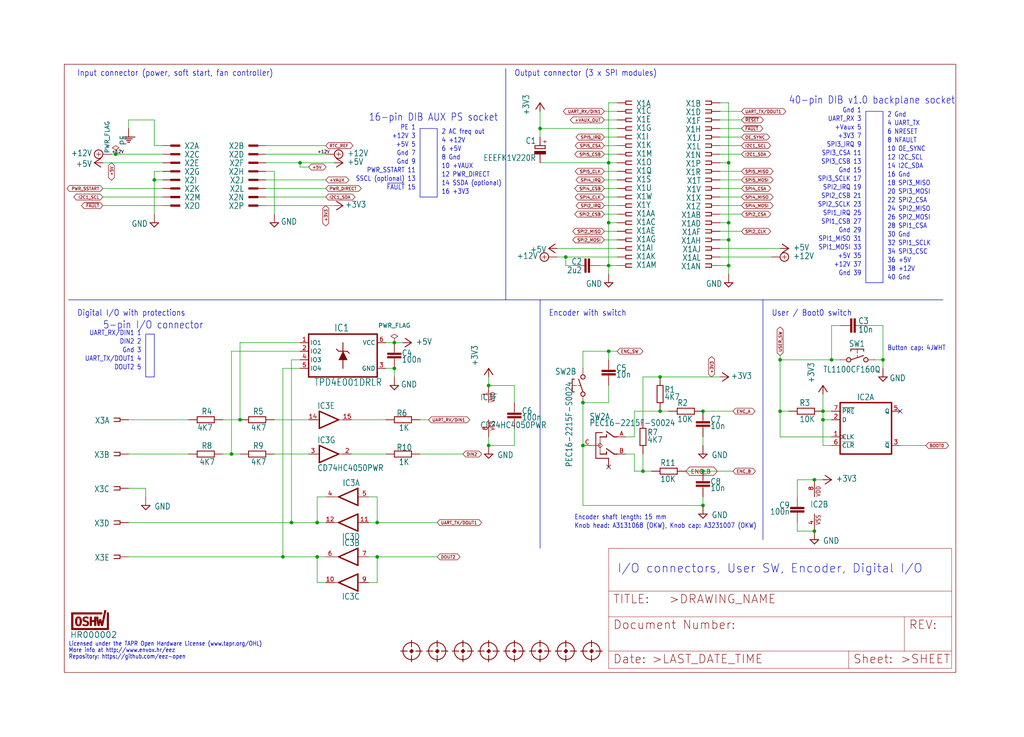
<source format=kicad_sch>
(kicad_sch (version 20230121) (generator eeschema)
  (paper "User" 303.403 218.491)
  (junction (at 241.3 157.48))
  (junction (at 116.84 101.6))
  (junction (at 208.28 121.92))
  (junction (at 231.14 106.68))
  (junction (at 195.58 121.92))
  (junction (at 45.72 53.34))
  (junction (at 93.98 165.1))
  (junction (at 34.29 45.72))
  (junction (at 111.76 154.94))
  (junction (at 208.28 149.86))
  (junction (at 68.58 134.62))
  (junction (at 246.38 106.68))
  (junction (at 160.02 38.1))
  (junction (at 195.58 111.76))
  (junction (at 215.9 48.26))
  (junction (at 243.84 121.92))
  (junction (at 180.34 48.26))
  (junction (at 86.36 154.94))
  (junction (at 144.78 132.08))
  (junction (at 167.64 76.2))
  (junction (at 144.78 114.3))
  (junction (at 116.84 109.22))
  (junction (at 88.9 48.26))
  (junction (at 190.5 139.7))
  (junction (at 71.12 124.46))
  (junction (at 180.34 78.74))
  (junction (at 215.9 71.12))
  (junction (at 111.76 165.1))
  (junction (at 215.9 66.04))
  (junction (at 215.9 78.74))
  (junction (at 93.98 154.94))
  (junction (at 172.72 132.08))
  (junction (at 231.14 121.92))
  (junction (at 172.72 119.38))
  (junction (at 180.34 66.04))
  (junction (at 83.82 165.1))
  (junction (at 261.62 106.68))
  (junction (at 180.34 104.14))
  (junction (at 241.3 142.24))
  (junction (at 243.84 124.46))
  (junction (at 208.28 139.7))
  (no_connect (at 266.7 121.92))
  (no_connect (at 180.34 138.43))
  (wire (pts (xy 236.22 157.48) (xy 236.22 154.94)))
  (wire (pts (xy 215.9 66.04) (xy 215.9 48.26)))
  (wire (pts (xy 185.42 134.62) (xy 187.96 134.62)))
  (wire (pts (xy 213.36 43.18) (xy 219.71 43.18)))
  (wire (pts (xy 109.22 165.1) (xy 111.76 165.1)))
  (wire (pts (xy 172.72 109.22) (xy 172.72 104.14)))
  (wire (pts (xy 78.74 60.96) (xy 99.06 60.96)))
  (wire (pts (xy 213.36 66.04) (xy 215.9 66.04)))
  (wire (pts (xy 78.74 48.26) (xy 88.9 48.26)))
  (wire (pts (xy 182.88 104.14) (xy 180.34 104.14)))
  (wire (pts (xy 195.58 121.92) (xy 198.12 121.92)))
  (wire (pts (xy 48.26 48.26) (xy 30.48 48.26)))
  (wire (pts (xy 68.58 134.62) (xy 71.12 134.62)))
  (wire (pts (xy 246.38 106.68) (xy 231.14 106.68)))
  (polyline (pts (xy 256.54 83.82) (xy 256.54 33.02)))
  (wire (pts (xy 38.1 38.1) (xy 38.1 35.56)))
  (wire (pts (xy 88.9 49.53) (xy 88.9 48.26)))
  (wire (pts (xy 182.88 48.26) (xy 180.34 48.26)))
  (polyline (pts (xy 124.46 38.1) (xy 129.54 38.1)))
  (wire (pts (xy 246.38 121.92) (xy 243.84 121.92)))
  (wire (pts (xy 165.1 73.66) (xy 182.88 73.66)))
  (wire (pts (xy 48.26 45.72) (xy 34.29 45.72)))
  (polyline (pts (xy 149.86 88.9) (xy 160.02 88.9)))
  (wire (pts (xy 45.72 35.56) (xy 45.72 43.18)))
  (wire (pts (xy 78.74 58.42) (xy 96.52 58.42)))
  (wire (pts (xy 182.88 43.18) (xy 179.07 43.18)))
  (polyline (pts (xy 129.54 38.1) (xy 129.54 58.42)))
  (wire (pts (xy 243.84 121.92) (xy 243.84 116.84)))
  (wire (pts (xy 187.96 134.62) (xy 187.96 139.7)))
  (polyline (pts (xy 226.06 160.02) (xy 226.06 88.9)))
  (wire (pts (xy 160.02 38.1) (xy 160.02 33.02)))
  (wire (pts (xy 38.1 35.56) (xy 45.72 35.56)))
  (wire (pts (xy 114.3 109.22) (xy 116.84 109.22)))
  (polyline (pts (xy 124.46 58.42) (xy 129.54 58.42)))
  (wire (pts (xy 111.76 165.1) (xy 111.76 172.72)))
  (wire (pts (xy 215.9 81.28) (xy 215.9 78.74)))
  (wire (pts (xy 208.28 132.08) (xy 208.28 129.54)))
  (wire (pts (xy 213.36 71.12) (xy 215.9 71.12)))
  (wire (pts (xy 114.3 101.6) (xy 116.84 101.6)))
  (wire (pts (xy 241.3 142.24) (xy 236.22 142.24)))
  (wire (pts (xy 213.36 35.56) (xy 219.71 35.56)))
  (wire (pts (xy 213.36 50.8) (xy 219.71 50.8)))
  (wire (pts (xy 34.29 45.72) (xy 33.02 45.72)))
  (wire (pts (xy 213.36 73.66) (xy 231.14 73.66)))
  (wire (pts (xy 246.38 106.68) (xy 248.92 106.68)))
  (wire (pts (xy 119.38 101.6) (xy 116.84 101.6)))
  (wire (pts (xy 88.9 48.26) (xy 99.06 48.26)))
  (wire (pts (xy 78.74 53.34) (xy 96.52 53.34)))
  (wire (pts (xy 93.98 147.32) (xy 96.52 147.32)))
  (wire (pts (xy 43.18 144.78) (xy 43.18 147.32)))
  (wire (pts (xy 215.9 78.74) (xy 215.9 71.12)))
  (wire (pts (xy 180.34 104.14) (xy 172.72 104.14)))
  (wire (pts (xy 160.02 40.64) (xy 160.02 38.1)))
  (wire (pts (xy 213.36 33.02) (xy 219.71 33.02)))
  (wire (pts (xy 190.5 111.76) (xy 195.58 111.76)))
  (wire (pts (xy 111.76 154.94) (xy 109.22 154.94)))
  (wire (pts (xy 190.5 124.46) (xy 190.5 111.76)))
  (wire (pts (xy 182.88 58.42) (xy 179.07 58.42)))
  (wire (pts (xy 246.38 96.52) (xy 246.38 106.68)))
  (wire (pts (xy 180.34 66.04) (xy 180.34 48.26)))
  (polyline (pts (xy 43.18 99.06) (xy 45.72 99.06)))
  (wire (pts (xy 213.36 78.74) (xy 215.9 78.74)))
  (wire (pts (xy 182.88 35.56) (xy 179.07 35.56)))
  (wire (pts (xy 231.14 106.68) (xy 231.14 105.41)))
  (wire (pts (xy 144.78 129.54) (xy 144.78 132.08)))
  (wire (pts (xy 256.54 96.52) (xy 261.62 96.52)))
  (wire (pts (xy 246.38 124.46) (xy 243.84 124.46)))
  (wire (pts (xy 167.64 76.2) (xy 182.88 76.2)))
  (polyline (pts (xy 256.54 33.02) (xy 261.62 33.02)))
  (polyline (pts (xy 45.72 111.76) (xy 45.72 99.06)))
  (wire (pts (xy 152.4 114.3) (xy 152.4 119.38)))
  (wire (pts (xy 78.74 50.8) (xy 81.28 50.8)))
  (polyline (pts (xy 20.32 88.9) (xy 149.86 88.9)))
  (wire (pts (xy 246.38 129.54) (xy 231.14 129.54)))
  (wire (pts (xy 124.46 134.62) (xy 137.16 134.62)))
  (wire (pts (xy 182.88 78.74) (xy 180.34 78.74)))
  (wire (pts (xy 179.07 33.02) (xy 182.88 33.02)))
  (wire (pts (xy 180.34 48.26) (xy 160.02 48.26)))
  (wire (pts (xy 213.36 68.58) (xy 219.71 68.58)))
  (wire (pts (xy 182.88 38.1) (xy 160.02 38.1)))
  (wire (pts (xy 86.36 154.94) (xy 93.98 154.94)))
  (polyline (pts (xy 149.86 88.9) (xy 149.86 20.32)))
  (wire (pts (xy 144.78 132.08) (xy 152.4 132.08)))
  (wire (pts (xy 55.88 134.62) (xy 38.1 134.62)))
  (wire (pts (xy 182.88 40.64) (xy 179.07 40.64)))
  (wire (pts (xy 261.62 106.68) (xy 261.62 109.22)))
  (wire (pts (xy 172.72 132.08) (xy 172.72 119.38)))
  (wire (pts (xy 241.3 157.48) (xy 236.22 157.48)))
  (wire (pts (xy 83.82 109.22) (xy 83.82 165.1)))
  (wire (pts (xy 208.28 121.92) (xy 217.17 121.92)))
  (wire (pts (xy 182.88 53.34) (xy 179.07 53.34)))
  (wire (pts (xy 213.36 48.26) (xy 215.9 48.26)))
  (wire (pts (xy 182.88 60.96) (xy 179.07 60.96)))
  (wire (pts (xy 111.76 172.72) (xy 109.22 172.72)))
  (wire (pts (xy 93.98 165.1) (xy 96.52 165.1)))
  (wire (pts (xy 124.46 124.46) (xy 127 124.46)))
  (wire (pts (xy 213.36 76.2) (xy 228.6 76.2)))
  (wire (pts (xy 182.88 55.88) (xy 179.07 55.88)))
  (wire (pts (xy 182.88 71.12) (xy 179.07 71.12)))
  (wire (pts (xy 213.36 40.64) (xy 219.71 40.64)))
  (wire (pts (xy 152.4 132.08) (xy 152.4 127)))
  (wire (pts (xy 109.22 147.32) (xy 111.76 147.32)))
  (wire (pts (xy 180.34 81.28) (xy 180.34 78.74)))
  (wire (pts (xy 231.14 121.92) (xy 231.14 106.68)))
  (wire (pts (xy 111.76 147.32) (xy 111.76 154.94)))
  (wire (pts (xy 78.74 55.88) (xy 96.52 55.88)))
  (wire (pts (xy 259.08 106.68) (xy 261.62 106.68)))
  (wire (pts (xy 182.88 66.04) (xy 180.34 66.04)))
  (wire (pts (xy 78.74 43.18) (xy 96.52 43.18)))
  (wire (pts (xy 203.2 139.7) (xy 208.28 139.7)))
  (wire (pts (xy 243.84 132.08) (xy 243.84 124.46)))
  (wire (pts (xy 167.64 78.74) (xy 167.64 76.2)))
  (wire (pts (xy 91.44 134.62) (xy 81.28 134.62)))
  (polyline (pts (xy 43.18 111.76) (xy 45.72 111.76)))
  (wire (pts (xy 38.1 165.1) (xy 83.82 165.1)))
  (wire (pts (xy 111.76 165.1) (xy 129.54 165.1)))
  (wire (pts (xy 180.34 114.3) (xy 180.34 119.38)))
  (wire (pts (xy 187.96 121.92) (xy 187.96 129.54)))
  (wire (pts (xy 177.8 78.74) (xy 180.34 78.74)))
  (wire (pts (xy 236.22 142.24) (xy 236.22 147.32)))
  (wire (pts (xy 213.36 63.5) (xy 219.71 63.5)))
  (wire (pts (xy 182.88 30.48) (xy 180.34 30.48)))
  (wire (pts (xy 233.68 121.92) (xy 231.14 121.92)))
  (wire (pts (xy 144.78 114.3) (xy 144.78 111.76)))
  (wire (pts (xy 111.76 154.94) (xy 129.54 154.94)))
  (wire (pts (xy 88.9 109.22) (xy 83.82 109.22)))
  (polyline (pts (xy 160.02 162.56) (xy 160.02 88.9)))
  (wire (pts (xy 91.44 124.46) (xy 81.28 124.46)))
  (wire (pts (xy 187.96 121.92) (xy 195.58 121.92)))
  (polyline (pts (xy 226.06 88.9) (xy 279.4 88.9)))
  (polyline (pts (xy 256.54 83.82) (xy 261.62 83.82)))
  (wire (pts (xy 66.04 124.46) (xy 71.12 124.46)))
  (wire (pts (xy 116.84 109.22) (xy 116.84 111.76)))
  (polyline (pts (xy 124.46 58.42) (xy 124.46 38.1)))
  (wire (pts (xy 144.78 114.3) (xy 152.4 114.3)))
  (wire (pts (xy 48.26 43.18) (xy 45.72 43.18)))
  (wire (pts (xy 261.62 96.52) (xy 261.62 106.68)))
  (wire (pts (xy 38.1 154.94) (xy 86.36 154.94)))
  (wire (pts (xy 172.72 149.86) (xy 172.72 132.08)))
  (wire (pts (xy 180.34 119.38) (xy 172.72 119.38)))
  (wire (pts (xy 88.9 104.14) (xy 68.58 104.14)))
  (wire (pts (xy 55.88 124.46) (xy 38.1 124.46)))
  (wire (pts (xy 266.7 132.08) (xy 274.32 132.08)))
  (wire (pts (xy 215.9 71.12) (xy 215.9 66.04)))
  (wire (pts (xy 30.48 58.42) (xy 48.26 58.42)))
  (wire (pts (xy 78.74 45.72) (xy 96.52 45.72)))
  (wire (pts (xy 190.5 134.62) (xy 190.5 139.7)))
  (wire (pts (xy 213.36 38.1) (xy 219.71 38.1)))
  (wire (pts (xy 213.36 45.72) (xy 219.71 45.72)))
  (wire (pts (xy 45.72 53.34) (xy 45.72 50.8)))
  (wire (pts (xy 66.04 134.62) (xy 68.58 134.62)))
  (wire (pts (xy 165.1 76.2) (xy 167.64 76.2)))
  (wire (pts (xy 93.98 172.72) (xy 93.98 165.1)))
  (wire (pts (xy 180.34 106.68) (xy 180.34 104.14)))
  (wire (pts (xy 88.9 106.68) (xy 86.36 106.68)))
  (wire (pts (xy 243.84 142.24) (xy 241.3 142.24)))
  (wire (pts (xy 48.26 60.96) (xy 30.48 60.96)))
  (wire (pts (xy 248.92 96.52) (xy 246.38 96.52)))
  (wire (pts (xy 45.72 63.5) (xy 45.72 53.34)))
  (wire (pts (xy 246.38 132.08) (xy 243.84 132.08)))
  (wire (pts (xy 231.14 129.54) (xy 231.14 121.92)))
  (wire (pts (xy 213.36 30.48) (xy 215.9 30.48)))
  (wire (pts (xy 182.88 68.58) (xy 179.07 68.58)))
  (wire (pts (xy 182.88 45.72) (xy 179.07 45.72)))
  (polyline (pts (xy 43.18 111.76) (xy 43.18 99.06)))
  (wire (pts (xy 104.14 134.62) (xy 114.3 134.62)))
  (wire (pts (xy 48.26 53.34) (xy 45.72 53.34)))
  (wire (pts (xy 195.58 111.76) (xy 213.36 111.76)))
  (wire (pts (xy 48.26 50.8) (xy 45.72 50.8)))
  (polyline (pts (xy 160.02 88.9) (xy 226.06 88.9)))
  (wire (pts (xy 180.34 48.26) (xy 180.34 30.48)))
  (wire (pts (xy 81.28 50.8) (xy 81.28 63.5)))
  (wire (pts (xy 71.12 124.46) (xy 71.12 101.6)))
  (wire (pts (xy 182.88 50.8) (xy 179.07 50.8)))
  (wire (pts (xy 213.36 60.96) (xy 219.71 60.96)))
  (wire (pts (xy 86.36 106.68) (xy 86.36 154.94)))
  (wire (pts (xy 48.26 55.88) (xy 30.48 55.88)))
  (wire (pts (xy 180.34 78.74) (xy 180.34 66.04)))
  (wire (pts (xy 91.44 49.53) (xy 88.9 49.53)))
  (wire (pts (xy 96.52 154.94) (xy 93.98 154.94)))
  (wire (pts (xy 187.96 129.54) (xy 185.42 129.54)))
  (wire (pts (xy 68.58 104.14) (xy 68.58 134.62)))
  (wire (pts (xy 83.82 165.1) (xy 93.98 165.1)))
  (wire (pts (xy 213.36 53.34) (xy 219.71 53.34)))
  (wire (pts (xy 243.84 124.46) (xy 243.84 121.92)))
  (wire (pts (xy 170.18 78.74) (xy 167.64 78.74)))
  (wire (pts (xy 88.9 101.6) (xy 71.12 101.6)))
  (wire (pts (xy 208.28 149.86) (xy 208.28 147.32)))
  (wire (pts (xy 213.36 58.42) (xy 219.71 58.42)))
  (wire (pts (xy 172.72 149.86) (xy 208.28 149.86)))
  (wire (pts (xy 187.96 139.7) (xy 190.5 139.7)))
  (wire (pts (xy 190.5 139.7) (xy 193.04 139.7)))
  (wire (pts (xy 208.28 139.7) (xy 217.17 139.7)))
  (wire (pts (xy 215.9 48.26) (xy 215.9 30.48)))
  (wire (pts (xy 93.98 154.94) (xy 93.98 147.32)))
  (wire (pts (xy 104.14 124.46) (xy 114.3 124.46)))
  (wire (pts (xy 96.52 172.72) (xy 93.98 172.72)))
  (wire (pts (xy 182.88 63.5) (xy 179.07 63.5)))
  (wire (pts (xy 38.1 144.78) (xy 43.18 144.78)))
  (polyline (pts (xy 261.62 33.02) (xy 261.62 83.82)))
  (wire (pts (xy 213.36 55.88) (xy 219.71 55.88)))
  (text "UART_TX/DOUT1 4" (at 41.91 107.315 0) (effects (font (size 1.4224 1.209)) (justify right bottom)))
  (text "SSCL (optional) 13" (at 123.19 53.975 0) (effects (font (size 1.4224 1.209)) (justify right bottom)))
  (text "20 SPI3_MOSI" (at 262.89 57.785 0) (effects (font (size 1.4224 1.209)) (justify left bottom)))
  (text "Output connector (3 x SPI modules)" (at 152.4 22.86 0) (effects (font (size 1.778 1.5113)) (justify left bottom)))
  (text "8 NFAULT" (at 262.89 42.545 0) (effects (font (size 1.4224 1.209)) (justify left bottom)))
  (text "SPI1_CSB 27" (at 255.27 66.675 0) (effects (font (size 1.4224 1.209)) (justify right bottom)))
  (text "DOUT2 5" (at 41.91 109.855 0) (effects (font (size 1.4224 1.209)) (justify right bottom)))
  (text "4 UART_TX" (at 262.89 37.465 0) (effects (font (size 1.4224 1.209)) (justify left bottom)))
  (text "More info at http://www.envox.hr/eez" (at 20.32 193.675 0) (effects (font (size 1.27 1.0795)) (justify left bottom)))
  (text "User / Boot0 switch" (at 228.6 93.98 0) (effects (font (size 1.778 1.5113)) (justify left bottom)))
  (text "38 +12V" (at 262.89 80.645 0) (effects (font (size 1.4224 1.209)) (justify left bottom)))
  (text "Gnd 39" (at 255.27 81.915 0) (effects (font (size 1.4224 1.209)) (justify right bottom)))
  (text "+5V 5" (at 123.19 43.815 0) (effects (font (size 1.4224 1.209)) (justify right bottom)))
  (text "5-pin I/O connector" (at 30.48 97.79 0) (effects (font (size 2.1844 1.8567)) (justify left bottom)))
  (text "32 SPI1_SCLK" (at 262.89 73.025 0) (effects (font (size 1.4224 1.209)) (justify left bottom)))
  (text "40 Gnd" (at 262.89 83.185 0) (effects (font (size 1.4224 1.209)) (justify left bottom)))
  (text "SPI1_MISO 31" (at 255.27 71.755 0) (effects (font (size 1.4224 1.209)) (justify right bottom)))
  (text "16-pin DIB AUX PS socket" (at 109.22 36.195 0) (effects (font (size 2.1844 1.8567)) (justify left bottom)))
  (text "I/O connectors, User SW, Encoder, Digital I/O" (at 182.88 170.18 0) (effects (font (size 2.54 2.54)) (justify left bottom)))
  (text "~{FAULT} 15" (at 123.19 56.515 0) (effects (font (size 1.4224 1.209)) (justify right bottom)))
  (text "12 PWR_DIRECT" (at 130.81 52.705 0) (effects (font (size 1.4224 1.209)) (justify left bottom)))
  (text "36 +5V" (at 262.89 78.105 0) (effects (font (size 1.4224 1.209)) (justify left bottom)))
  (text "+Vaux 5" (at 255.27 38.735 0) (effects (font (size 1.4224 1.209)) (justify right bottom)))
  (text "14 I2C_SDA" (at 262.89 50.165 0) (effects (font (size 1.4224 1.209)) (justify left bottom)))
  (text "PWR_SSTART 11" (at 123.19 51.435 0) (effects (font (size 1.4224 1.209)) (justify right bottom)))
  (text "SPI1_MOSI 33" (at 255.27 74.295 0) (effects (font (size 1.4224 1.209)) (justify right bottom)))
  (text "8 Gnd" (at 130.81 47.625 0) (effects (font (size 1.4224 1.209)) (justify left bottom)))
  (text "10 +VAUX" (at 130.81 50.165 0) (effects (font (size 1.4224 1.209)) (justify left bottom)))
  (text "+5V 35" (at 255.27 76.835 0) (effects (font (size 1.4224 1.209)) (justify right bottom)))
  (text "SPI2_IRQ 19" (at 255.27 56.515 0) (effects (font (size 1.4224 1.209)) (justify right bottom)))
  (text "+12V 37" (at 255.27 79.375 0) (effects (font (size 1.4224 1.209)) (justify right bottom)))
  (text "28 SPI1_CSA" (at 262.89 67.945 0) (effects (font (size 1.4224 1.209)) (justify left bottom)))
  (text "26 SPI2_MOSI" (at 262.89 65.405 0) (effects (font (size 1.4224 1.209)) (justify left bottom)))
  (text "10 OE_SYNC" (at 262.89 45.085 0) (effects (font (size 1.4224 1.209)) (justify left bottom)))
  (text "22 SPI2_CSA" (at 262.89 60.325 0) (effects (font (size 1.4224 1.209)) (justify left bottom)))
  (text "SPI2_CSB 21" (at 255.27 59.055 0) (effects (font (size 1.4224 1.209)) (justify right bottom)))
  (text "Gnd 29" (at 255.27 69.215 0) (effects (font (size 1.4224 1.209)) (justify right bottom)))
  (text "Input connector (power, soft start, fan controller)" (at 22.86 22.86 0) (effects (font (size 1.778 1.5113)) (justify left bottom)))
  (text "24 SPI2_MISO" (at 262.89 62.865 0) (effects (font (size 1.4224 1.209)) (justify left bottom)))
  (text "14 SSDA (optional)" (at 130.81 55.245 0) (effects (font (size 1.4224 1.209)) (justify left bottom)))
  (text "Gnd 7" (at 123.19 46.355 0) (effects (font (size 1.4224 1.209)) (justify right bottom)))
  (text "6 NRESET" (at 262.89 40.005 0) (effects (font (size 1.4224 1.209)) (justify left bottom)))
  (text "SPI3_IRQ 9" (at 255.27 43.815 0) (effects (font (size 1.4224 1.209)) (justify right bottom)))
  (text "Gnd 1" (at 255.27 33.655 0) (effects (font (size 1.4224 1.209)) (justify right bottom)))
  (text "SPI2_SCLK 23" (at 255.27 61.595 0) (effects (font (size 1.4224 1.209)) (justify right bottom)))
  (text "Gnd 15" (at 255.27 51.435 0) (effects (font (size 1.4224 1.209)) (justify right bottom)))
  (text "Knob head: A3131068 (OKW), Knob cap: A3231007 (OKW)" (at 170.18 156.845 0) (effects (font (size 1.4224 1.209)) (justify left bottom)))
  (text "30 Gnd" (at 262.89 70.485 0) (effects (font (size 1.4224 1.209)) (justify left bottom)))
  (text "Digital I/O with protections" (at 22.86 93.98 0) (effects (font (size 1.778 1.5113)) (justify left bottom)))
  (text "UART_RX/DIN1 1" (at 41.91 99.695 0) (effects (font (size 1.4224 1.209)) (justify right bottom)))
  (text "SPI3_SCLK 17" (at 255.27 53.975 0) (effects (font (size 1.4224 1.209)) (justify right bottom)))
  (text "2 Gnd" (at 262.89 34.925 0) (effects (font (size 1.4224 1.209)) (justify left bottom)))
  (text "SPI3_CSB 13" (at 255.27 48.895 0) (effects (font (size 1.4224 1.209)) (justify right bottom)))
  (text "PE 1" (at 123.19 38.735 0) (effects (font (size 1.4224 1.209)) (justify right bottom)))
  (text "16 Gnd" (at 262.89 52.705 0) (effects (font (size 1.4224 1.209)) (justify left bottom)))
  (text "Licensed under the TAPR Open Hardware License (www.tapr.org/OHL)" (at 20.32 191.77 0) (effects (font (size 1.27 1.0795)) (justify left bottom)))
  (text "DIN2 2" (at 41.91 102.235 0) (effects (font (size 1.4224 1.209)) (justify right bottom)))
  (text "Repository: https://github.com/eez-open" (at 20.32 195.58 0) (effects (font (size 1.27 1.0795)) (justify left bottom)))
  (text "40-pin DIB v1.0 backplane socket" (at 233.68 31.115 0) (effects (font (size 2.1844 1.8567)) (justify left bottom)))
  (text "SPI3_CSA 11" (at 255.27 46.355 0) (effects (font (size 1.4224 1.209)) (justify right bottom)))
  (text "Gnd 3" (at 41.91 104.775 0) (effects (font (size 1.4224 1.209)) (justify right bottom)))
  (text "Encoder with switch" (at 162.56 93.98 0) (effects (font (size 1.778 1.5113)) (justify left bottom)))
  (text "UART_RX 3" (at 255.27 36.195 0) (effects (font (size 1.4224 1.209)) (justify right bottom)))
  (text "+12V 3" (at 123.19 41.275 0) (effects (font (size 1.4224 1.209)) (justify right bottom)))
  (text "34 SPI3_CSC" (at 262.89 75.565 0) (effects (font (size 1.4224 1.209)) (justify left bottom)))
  (text "12 I2C_SCL" (at 262.89 47.625 0) (effects (font (size 1.4224 1.209)) (justify left bottom)))
  (text "+3V3 7" (at 255.27 41.275 0) (effects (font (size 1.4224 1.209)) (justify right bottom)))
  (text "Gnd 9" (at 123.19 48.895 0) (effects (font (size 1.4224 1.209)) (justify right bottom)))
  (text "Button cap: 4JWHT" (at 262.89 104.14 0) (effects (font (size 1.4224 1.209)) (justify left bottom)))
  (text "Encoder shaft length: 15 mm" (at 170.18 154.305 0) (effects (font (size 1.4224 1.209)) (justify left bottom)))
  (text "6 +5V" (at 130.81 45.085 0) (effects (font (size 1.4224 1.209)) (justify left bottom)))
  (text "2 AC freq out" (at 130.81 40.005 0) (effects (font (size 1.4224 1.209)) (justify left bottom)))
  (text "18 SPI3_MISO" (at 262.89 55.245 0) (effects (font (size 1.4224 1.209)) (justify left bottom)))
  (text "4 +12V" (at 130.81 42.545 0) (effects (font (size 1.4224 1.209)) (justify left bottom)))
  (text "SPI1_IRQ 25" (at 255.27 64.135 0) (effects (font (size 1.4224 1.209)) (justify right bottom)))
  (text "16 +3V3" (at 130.81 57.785 0) (effects (font (size 1.4224 1.209)) (justify left bottom)))
  (label "+12V" (at 33.02 45.72 0) (effects (font (size 0.889 0.889))))
  (label "+12V" (at 93.98 45.72 0) (effects (font (size 0.889 0.889))))
  (global_label "RTC_REF" (shape bidirectional) (at 96.52 43.18 0) (effects (font (size 0.889 0.889))) (property "Intersheetrefs" "${INTERSHEET_REFS}" (effects hide)))
  (global_label "DIN2" (shape bidirectional) (at 137.16 134.62 0) (effects (font (size 0.889 0.889))) (property "Intersheetrefs" "${INTERSHEET_REFS}" (effects hide)))
  (global_label "+5V" (shape bidirectional) (at 33.02 48.26 270) (effects (font (size 0.889 0.889))) (property "Intersheetrefs" "${INTERSHEET_REFS}" (effects hide)))
  (global_label "SPI2_CSA" (shape bidirectional) (at 219.71 63.5 0) (effects (font (size 0.889 0.889))) (property "Intersheetrefs" "${INTERSHEET_REFS}" (effects hide)))
  (global_label "+3V3" (shape bidirectional) (at 210.82 111.76 90) (effects (font (size 0.889 0.889))) (property "Intersheetrefs" "${INTERSHEET_REFS}" (effects hide)))
  (global_label "UART_RX/DIN1" (shape bidirectional) (at 179.07 33.02 180) (effects (font (size 0.889 0.889))) (property "Intersheetrefs" "${INTERSHEET_REFS}" (effects hide)))
  (global_label "SPI2_MISO" (shape bidirectional) (at 179.07 68.58 180) (effects (font (size 0.889 0.889))) (property "Intersheetrefs" "${INTERSHEET_REFS}" (effects hide)))
  (global_label "SPI5_CSA" (shape bidirectional) (at 179.07 43.18 180) (effects (font (size 0.889 0.889))) (property "Intersheetrefs" "${INTERSHEET_REFS}" (effects hide)))
  (global_label "+5V" (shape bidirectional) (at 91.44 49.53 0) (effects (font (size 0.889 0.889))) (property "Intersheetrefs" "${INTERSHEET_REFS}" (effects hide)))
  (global_label "DOUT2" (shape bidirectional) (at 129.54 165.1 0) (effects (font (size 0.889 0.889))) (property "Intersheetrefs" "${INTERSHEET_REFS}" (effects hide)))
  (global_label "SPI4_CSB" (shape bidirectional) (at 179.07 55.88 180) (effects (font (size 0.889 0.889))) (property "Intersheetrefs" "${INTERSHEET_REFS}" (effects hide)))
  (global_label "~{FAULT}" (shape bidirectional) (at 219.71 38.1 0) (effects (font (size 0.889 0.889))) (property "Intersheetrefs" "${INTERSHEET_REFS}" (effects hide)))
  (global_label "I2C1_SDA" (shape bidirectional) (at 219.71 45.72 0) (effects (font (size 0.889 0.889))) (property "Intersheetrefs" "${INTERSHEET_REFS}" (effects hide)))
  (global_label "BOOT0" (shape bidirectional) (at 274.32 132.08 0) (effects (font (size 0.889 0.889))) (property "Intersheetrefs" "${INTERSHEET_REFS}" (effects hide)))
  (global_label "SPI5_MOSI" (shape bidirectional) (at 219.71 53.34 0) (effects (font (size 0.889 0.889))) (property "Intersheetrefs" "${INTERSHEET_REFS}" (effects hide)))
  (global_label "+VAUX_OUT" (shape bidirectional) (at 179.07 35.56 180) (effects (font (size 0.889 0.889))) (property "Intersheetrefs" "${INTERSHEET_REFS}" (effects hide)))
  (global_label "SPI2_IRQ" (shape bidirectional) (at 179.07 60.96 180) (effects (font (size 0.889 0.889))) (property "Intersheetrefs" "${INTERSHEET_REFS}" (effects hide)))
  (global_label "SPI2_CSB" (shape bidirectional) (at 179.07 63.5 180) (effects (font (size 0.889 0.889))) (property "Intersheetrefs" "${INTERSHEET_REFS}" (effects hide)))
  (global_label "ENC_SW" (shape bidirectional) (at 182.88 104.14 0) (effects (font (size 0.889 0.889))) (property "Intersheetrefs" "${INTERSHEET_REFS}" (effects hide)))
  (global_label "+VAUX" (shape bidirectional) (at 96.52 53.34 0) (effects (font (size 0.889 0.889))) (property "Intersheetrefs" "${INTERSHEET_REFS}" (effects hide)))
  (global_label "SPI2_MOSI" (shape bidirectional) (at 179.07 71.12 180) (effects (font (size 0.889 0.889))) (property "Intersheetrefs" "${INTERSHEET_REFS}" (effects hide)))
  (global_label "I2C1_SDA" (shape bidirectional) (at 96.52 58.42 0) (effects (font (size 0.889 0.889))) (property "Intersheetrefs" "${INTERSHEET_REFS}" (effects hide)))
  (global_label "~{RESET}" (shape bidirectional) (at 219.71 35.56 0) (effects (font (size 0.889 0.889))) (property "Intersheetrefs" "${INTERSHEET_REFS}" (effects hide)))
  (global_label "UART_RX/DIN1" (shape bidirectional) (at 127 124.46 0) (effects (font (size 0.889 0.889))) (property "Intersheetrefs" "${INTERSHEET_REFS}" (effects hide)))
  (global_label "OE_SYNC" (shape bidirectional) (at 219.71 40.64 0) (effects (font (size 0.889 0.889))) (property "Intersheetrefs" "${INTERSHEET_REFS}" (effects hide)))
  (global_label "SPI2_CLK" (shape bidirectional) (at 219.71 68.58 0) (effects (font (size 0.889 0.889))) (property "Intersheetrefs" "${INTERSHEET_REFS}" (effects hide)))
  (global_label "SPI4_MOSI" (shape bidirectional) (at 219.71 60.96 0) (effects (font (size 0.889 0.889))) (property "Intersheetrefs" "${INTERSHEET_REFS}" (effects hide)))
  (global_label "ENC_A" (shape bidirectional) (at 217.17 121.92 0) (effects (font (size 0.889 0.889))) (property "Intersheetrefs" "${INTERSHEET_REFS}" (effects hide)))
  (global_label "ENC_B" (shape bidirectional) (at 203.2 139.7 0) (effects (font (size 1.2446 1.2446))) (property "Intersheetrefs" "${INTERSHEET_REFS}" (effects hide)))
  (global_label "UART_TX/DOUT1" (shape bidirectional) (at 219.71 33.02 0) (effects (font (size 0.889 0.889))) (property "Intersheetrefs" "${INTERSHEET_REFS}" (effects hide)))
  (global_label "SPI5_IRQ" (shape bidirectional) (at 179.07 40.64 180) (effects (font (size 0.889 0.889))) (property "Intersheetrefs" "${INTERSHEET_REFS}" (effects hide)))
  (global_label "ENC_B" (shape bidirectional) (at 217.17 139.7 0) (effects (font (size 0.889 0.889))) (property "Intersheetrefs" "${INTERSHEET_REFS}" (effects hide)))
  (global_label "I2C1_SCL" (shape bidirectional) (at 219.71 43.18 0) (effects (font (size 0.889 0.889))) (property "Intersheetrefs" "${INTERSHEET_REFS}" (effects hide)))
  (global_label "I2C1_SCL" (shape bidirectional) (at 30.48 58.42 180) (effects (font (size 0.889 0.889))) (property "Intersheetrefs" "${INTERSHEET_REFS}" (effects hide)))
  (global_label "SPI4_MISO" (shape bidirectional) (at 219.71 58.42 0) (effects (font (size 0.889 0.889))) (property "Intersheetrefs" "${INTERSHEET_REFS}" (effects hide)))
  (global_label "UART_TX/DOUT1" (shape bidirectional) (at 129.54 154.94 0) (effects (font (size 0.889 0.889))) (property "Intersheetrefs" "${INTERSHEET_REFS}" (effects hide)))
  (global_label "SPI5_CSB" (shape bidirectional) (at 179.07 45.72 180) (effects (font (size 0.889 0.889))) (property "Intersheetrefs" "${INTERSHEET_REFS}" (effects hide)))
  (global_label "SPI4_CLK" (shape bidirectional) (at 179.07 58.42 180) (effects (font (size 0.889 0.889))) (property "Intersheetrefs" "${INTERSHEET_REFS}" (effects hide)))
  (global_label "PWR_DIRECT" (shape bidirectional) (at 96.52 55.88 0) (effects (font (size 0.889 0.889))) (property "Intersheetrefs" "${INTERSHEET_REFS}" (effects hide)))
  (global_label "SPI4_IRQ" (shape bidirectional) (at 179.07 53.34 180) (effects (font (size 0.889 0.889))) (property "Intersheetrefs" "${INTERSHEET_REFS}" (effects hide)))
  (global_label "~{FAULT}" (shape bidirectional) (at 30.48 60.96 180) (effects (font (size 0.889 0.889))) (property "Intersheetrefs" "${INTERSHEET_REFS}" (effects hide)))
  (global_label "SPI5_MISO" (shape bidirectional) (at 219.71 50.8 0) (effects (font (size 0.889 0.889))) (property "Intersheetrefs" "${INTERSHEET_REFS}" (effects hide)))
  (global_label "+3V3" (shape bidirectional) (at 96.52 60.96 270) (effects (font (size 0.889 0.889))) (property "Intersheetrefs" "${INTERSHEET_REFS}" (effects hide)))
  (global_label "SPI5_CLK" (shape bidirectional) (at 179.07 50.8 180) (effects (font (size 0.889 0.889))) (property "Intersheetrefs" "${INTERSHEET_REFS}" (effects hide)))
  (global_label "SPI4_CSA" (shape bidirectional) (at 219.71 55.88 0) (effects (font (size 0.889 0.889))) (property "Intersheetrefs" "${INTERSHEET_REFS}" (effects hide)))
  (global_label "USER_SW" (shape bidirectional) (at 231.14 105.41 90) (effects (font (size 0.889 0.889))) (property "Intersheetrefs" "${INTERSHEET_REFS}" (effects hide)))
  (global_label "PWR_SSTART" (shape bidirectional) (at 30.48 55.88 180) (effects (font (size 0.889 0.889))) (property "Intersheetrefs" "${INTERSHEET_REFS}" (effects hide)))
  (symbol (lib_id "EEZ_DIB_MCU_r3B4-eagle-import:TPD4E001-DRL") (at 101.6 104.14 0) (unit 1)
    (property "Reference" "IC1" (at 98.933 98.3488 0) (effects (font (size 2.0828 1.7703)) (justify left bottom)))
    (property "Value" "TPD4E001DRLR" (at 93.0148 114.4778 0) (effects (font (size 2.0828 1.7703)) (justify left bottom)))
    (property "Footprint" "EEZ_DIB_MCU_r3B4:DRL6" (effects hide))
  )
  (symbol (lib_id "EEZ_DIB_MCU_r3B4-eagle-import:ZL263-40DG") (at 213.36 45.72 0) (unit 14)
    (property "Reference" "X1" (at 207.772 44.958 0) (effects (font (size 1.778 1.5113)) (justify right top)))
    (property "Value" "DS1024-2*20R0" (effects hide))
    (property "Footprint" "EEZ_DIB_MCU_r3B4:ZL263-40DG" (effects hide))
  )
  (symbol (lib_id "EEZ_DIB_MCU_r3B4-eagle-import:C-EUC0805") (at 208.28 127 180) (unit 1)
    (property "Reference" "C7" (at 210.439 125.349 0) (effects (font (size 1.778 1.5113)) (justify right top)))
    (property "Value" "10n" (at 210.439 127.254 0) (effects (font (size 1.778 1.5113)) (justify right top)))
    (property "Footprint" "Capacitor_SMD:C_0603_1608Metric" (effects hide))
  )
  (symbol (lib_id "EEZ_DIB_MCU_r3B4-eagle-import:ZL263-40DG") (at 182.88 53.34 180) (unit 19)
    (property "Reference" "X1" (at 188.468 54.102 0) (effects (font (size 1.778 1.5113)) (justify right top)))
    (property "Value" "DS1024-2*20R0" (effects hide))
    (property "Footprint" "EEZ_DIB_MCU_r3B4:ZL263-40DG" (effects hide))
  )
  (symbol (lib_id "EEZ_DIB_MCU_r3B4-eagle-import:MC1,5{slash}5-G-3,5") (at 38.1 124.46 0) (unit 1)
    (property "Reference" "X3" (at 32.512 123.698 0) (effects (font (size 1.778 1.5113)) (justify right top)))
    (property "Value" "691322110005" (effects hide))
    (property "Footprint" "EEZ_DIB_MCU_r3B4:MC1,5_5-G-3,5" (effects hide))
  )
  (symbol (lib_id "EEZ_DIB_MCU_r3B4-eagle-import:R-EU_R0805") (at 119.38 134.62 0) (mirror x) (unit 1)
    (property "Reference" "R10" (at 117.475 131.6736 0) (effects (font (size 1.778 1.5113)) (justify left bottom)))
    (property "Value" "1K" (at 118.11 137.922 0) (effects (font (size 1.778 1.5113)) (justify left top)))
    (property "Footprint" "Resistor_SMD:R_0603_1608Metric" (effects hide))
  )
  (symbol (lib_id "EEZ_DIB_MCU_r3B4-eagle-import:ZL263-40DG") (at 182.88 63.5 180) (unit 27)
    (property "Reference" "X1" (at 188.468 64.262 0) (effects (font (size 1.778 1.5113)) (justify right top)))
    (property "Value" "DS1024-2*20R0" (effects hide))
    (property "Footprint" "EEZ_DIB_MCU_r3B4:ZL263-40DG" (effects hide))
  )
  (symbol (lib_id "EEZ_DIB_MCU_r3B4-eagle-import:R-EU_R0805") (at 76.2 134.62 0) (mirror x) (unit 1)
    (property "Reference" "R9" (at 74.93 133.1214 0) (effects (font (size 1.778 1.5113)) (justify left top)))
    (property "Value" "4K7" (at 74.295 137.922 0) (effects (font (size 1.778 1.5113)) (justify left top)))
    (property "Footprint" "Resistor_SMD:R_0603_1608Metric" (effects hide))
  )
  (symbol (lib_id "EEZ_DIB_MCU_r3B4-eagle-import:+5V") (at 27.94 48.26 90) (unit 1)
    (property "Reference" "#P+01" (effects hide))
    (property "Value" "+5V" (at 27.305 49.53 90) (effects (font (size 1.778 1.5113)) (justify left top)))
    (property "Footprint" "EEZ_DIB_MCU_r3B4:" (effects hide))
  )
  (symbol (lib_id "EEZ_DIB_MCU_r3B4-eagle-import:ZL263-40DG") (at 213.36 68.58 0) (unit 32)
    (property "Reference" "X1" (at 207.772 67.818 0) (effects (font (size 1.778 1.5113)) (justify right top)))
    (property "Value" "DS1024-2*20R0" (effects hide))
    (property "Footprint" "EEZ_DIB_MCU_r3B4:ZL263-40DG" (effects hide))
  )
  (symbol (lib_id "EEZ_DIB_MCU_r3B4-eagle-import:R-EU_R0805") (at 195.58 116.84 90) (mirror x) (unit 1)
    (property "Reference" "R1" (at 196.85 114.5286 90) (effects (font (size 1.778 1.5113)) (justify right top)))
    (property "Value" "4K7" (at 196.85 116.713 90) (effects (font (size 1.778 1.5113)) (justify right top)))
    (property "Footprint" "Resistor_SMD:R_0603_1608Metric" (effects hide))
  )
  (symbol (lib_id "EEZ_DIB_MCU_r3B4-eagle-import:R-EU_R0805") (at 198.12 139.7 0) (mirror y) (unit 1)
    (property "Reference" "R11" (at 195.58 138.2014 0) (effects (font (size 1.778 1.5113)) (justify right bottom)))
    (property "Value" "10K" (at 195.58 143.002 0) (effects (font (size 1.778 1.5113)) (justify right bottom)))
    (property "Footprint" "Resistor_SMD:R_0603_1608Metric" (effects hide))
  )
  (symbol (lib_id "EEZ_DIB_MCU_r3B4-eagle-import:FIDUCIAL") (at 167.64 193.04 0) (unit 1)
    (property "Reference" "FM3" (effects hide))
    (property "Value" "FIDUCIAL" (effects hide))
    (property "Footprint" "EEZ_DIB_MCU_r3B4:FIDUCIAL" (effects hide))
  )
  (symbol (lib_id "EEZ_DIB_MCU_r3B4-eagle-import:ZL263-40DG") (at 182.88 73.66 180) (unit 35)
    (property "Reference" "X1" (at 188.468 74.422 0) (effects (font (size 1.778 1.5113)) (justify right top)))
    (property "Value" "DS1024-2*20R0" (effects hide))
    (property "Footprint" "EEZ_DIB_MCU_r3B4:ZL263-40DG" (effects hide))
  )
  (symbol (lib_id "EEZ_DIB_MCU_r3B4-eagle-import:IDC-16PIN") (at 48.26 45.72 0) (mirror y) (unit 3)
    (property "Reference" "X2" (at 54.61 44.831 0) (effects (font (size 1.778 1.5113)) (justify right top)))
    (property "Value" "DS1013-16SSIB1" (effects hide))
    (property "Footprint" "EEZ_DIB_MCU_r3B4:IDC-16PIN" (effects hide))
  )
  (symbol (lib_id "EEZ_DIB_MCU_r3B4-eagle-import:+5V") (at 101.6 48.26 270) (unit 1)
    (property "Reference" "#P+02" (effects hide))
    (property "Value" "+5V" (at 102.87 46.99 90) (effects (font (size 1.778 1.5113)) (justify left top)))
    (property "Footprint" "EEZ_DIB_MCU_r3B4:" (effects hide))
  )
  (symbol (lib_id "EEZ_DIB_MCU_r3B4-eagle-import:+12V") (at 30.48 45.72 90) (unit 1)
    (property "Reference" "#SUPPLY01" (effects hide))
    (property "Value" "+12V" (at 27.305 46.355 90) (effects (font (size 1.778 1.5113)) (justify left top)))
    (property "Footprint" "EEZ_DIB_MCU_r3B4:" (effects hide))
  )
  (symbol (lib_id "EEZ_DIB_MCU_r3B4-eagle-import:R-EU_R0805") (at 203.2 121.92 0) (mirror y) (unit 1)
    (property "Reference" "R2" (at 200.66 120.4214 0) (effects (font (size 1.778 1.5113)) (justify right bottom)))
    (property "Value" "10K" (at 200.66 125.222 0) (effects (font (size 1.778 1.5113)) (justify right bottom)))
    (property "Footprint" "Resistor_SMD:R_0603_1608Metric" (effects hide))
  )
  (symbol (lib_id "EEZ_DIB_MCU_r3B4-eagle-import:R-EU_R0805") (at 238.76 121.92 180) (unit 1)
    (property "Reference" "R3" (at 236.855 120.4214 0) (effects (font (size 1.778 1.5113)) (justify right top)))
    (property "Value" "10K" (at 236.855 125.222 0) (effects (font (size 1.778 1.5113)) (justify right top)))
    (property "Footprint" "Resistor_SMD:R_0603_1608Metric" (effects hide))
  )
  (symbol (lib_id "EEZ_DIB_MCU_r3B4-eagle-import:ZL263-40DG") (at 213.36 38.1 0) (unit 8)
    (property "Reference" "X1" (at 207.772 37.338 0) (effects (font (size 1.778 1.5113)) (justify right top)))
    (property "Value" "DS1024-2*20R0" (effects hide))
    (property "Footprint" "EEZ_DIB_MCU_r3B4:ZL263-40DG" (effects hide))
  )
  (symbol (lib_id "EEZ_DIB_MCU_r3B4-eagle-import:TL1100C") (at 254 106.68 0) (unit 1)
    (property "Reference" "SW1" (at 251.46 102.87 0) (effects (font (size 1.778 1.5113)) (justify left bottom)))
    (property "Value" "TL1100CF160Q" (at 243.84 110.49 0) (effects (font (size 1.778 1.5113)) (justify left bottom)))
    (property "Footprint" "EEZ_DIB_MCU_r3B4:TL1100C" (effects hide))
  )
  (symbol (lib_id "EEZ_DIB_MCU_r3B4-eagle-import:R-EU_R0805") (at 190.5 129.54 90) (mirror x) (unit 1)
    (property "Reference" "R7" (at 191.77 127.2286 90) (effects (font (size 1.778 1.5113)) (justify right top)))
    (property "Value" "4K7" (at 191.77 129.413 90) (effects (font (size 1.778 1.5113)) (justify right top)))
    (property "Footprint" "Resistor_SMD:R_0603_1608Metric" (effects hide))
  )
  (symbol (lib_id "EEZ_DIB_MCU_r3B4-eagle-import:ZL263-40DG") (at 213.36 76.2 0) (unit 38)
    (property "Reference" "X1" (at 207.772 75.438 0) (effects (font (size 1.778 1.5113)) (justify right top)))
    (property "Value" "DS1024-2*20R0" (effects hide))
    (property "Footprint" "EEZ_DIB_MCU_r3B4:ZL263-40DG" (effects hide))
  )
  (symbol (lib_id "EEZ_DIB_MCU_r3B4-eagle-import:GND") (at 208.28 152.4 0) (unit 1)
    (property "Reference" "#SUPPLY014" (effects hide))
    (property "Value" "GND" (at 210.82 153.67 0) (effects (font (size 1.778 1.5113)) (justify left bottom)))
    (property "Footprint" "EEZ_DIB_MCU_r3B4:" (effects hide))
  )
  (symbol (lib_id "EEZ_DIB_MCU_r3B4-eagle-import:FIDUCIAL") (at 160.02 193.04 0) (unit 1)
    (property "Reference" "FM2" (effects hide))
    (property "Value" "FIDUCIAL" (effects hide))
    (property "Footprint" "EEZ_DIB_MCU_r3B4:FIDUCIAL" (effects hide))
  )
  (symbol (lib_id "EEZ_DIB_MCU_r3B4-eagle-import:CD74HC4050PWR") (at 96.52 134.62 0) (unit 7)
    (property "Reference" "IC3" (at 93.98 131.445 0) (effects (font (size 1.778 1.5113)) (justify left bottom)))
    (property "Value" "CD74HC4050PWR" (at 93.98 139.7 0) (effects (font (size 1.778 1.5113)) (justify left bottom)))
    (property "Footprint" "EEZ_DIB_MCU_r3B4:PW16" (effects hide))
  )
  (symbol (lib_id "EEZ_DIB_MCU_r3B4-eagle-import:CD74HC4050PWR") (at 144.78 121.92 0) (unit 6)
    (property "Reference" "IC3" (at 142.24 118.745 0) (effects (font (size 1.778 1.5113)) (justify left bottom)))
    (property "Value" "CD74HC4050PWR" (at 142.24 127 0) (effects (font (size 1.778 1.5113)) (justify left bottom)))
    (property "Footprint" "EEZ_DIB_MCU_r3B4:PW16" (effects hide))
  )
  (symbol (lib_id "EEZ_DIB_MCU_r3B4-eagle-import:R-EU_R0805") (at 76.2 124.46 0) (mirror x) (unit 1)
    (property "Reference" "R5" (at 74.93 122.9614 0) (effects (font (size 1.778 1.5113)) (justify left top)))
    (property "Value" "4K7" (at 74.295 127.762 0) (effects (font (size 1.778 1.5113)) (justify left top)))
    (property "Footprint" "Resistor_SMD:R_0603_1608Metric" (effects hide))
  )
  (symbol (lib_id "EEZ_DIB_MCU_r3B4-eagle-import:ZL263-40DG") (at 182.88 45.72 180) (unit 13)
    (property "Reference" "X1" (at 188.468 46.482 0) (effects (font (size 1.778 1.5113)) (justify right top)))
    (property "Value" "DS1024-2*20R0" (effects hide))
    (property "Footprint" "EEZ_DIB_MCU_r3B4:ZL263-40DG" (effects hide))
  )
  (symbol (lib_id "EEZ_DIB_MCU_r3B4-eagle-import:IDC-16PIN") (at 48.26 48.26 0) (mirror y) (unit 5)
    (property "Reference" "X2" (at 54.61 47.371 0) (effects (font (size 1.778 1.5113)) (justify right top)))
    (property "Value" "DS1013-16SSIB1" (effects hide))
    (property "Footprint" "EEZ_DIB_MCU_r3B4:IDC-16PIN" (effects hide))
  )
  (symbol (lib_id "EEZ_DIB_MCU_r3B4-eagle-import:+12V") (at 99.06 45.72 270) (unit 1)
    (property "Reference" "#SUPPLY02" (effects hide))
    (property "Value" "+12V" (at 102.87 44.45 90) (effects (font (size 1.778 1.5113)) (justify left top)))
    (property "Footprint" "EEZ_DIB_MCU_r3B4:" (effects hide))
  )
  (symbol (lib_id "EEZ_DIB_MCU_r3B4-eagle-import:ZL263-40DG") (at 182.88 55.88 180) (unit 21)
    (property "Reference" "X1" (at 188.468 56.642 0) (effects (font (size 1.778 1.5113)) (justify right top)))
    (property "Value" "DS1024-2*20R0" (effects hide))
    (property "Footprint" "EEZ_DIB_MCU_r3B4:ZL263-40DG" (effects hide))
  )
  (symbol (lib_id "EEZ_DIB_MCU_r3B4-eagle-import:+3V3") (at 101.6 60.96 270) (unit 1)
    (property "Reference" "#+3V032" (effects hide))
    (property "Value" "+3V3" (at 102.235 61.595 90) (effects (font (size 1.778 1.5113)) (justify left bottom)))
    (property "Footprint" "EEZ_DIB_MCU_r3B4:" (effects hide))
  )
  (symbol (lib_id "EEZ_DIB_MCU_r3B4-eagle-import:IDC-16PIN") (at 78.74 43.18 0) (unit 2)
    (property "Reference" "X2" (at 72.39 42.291 0) (effects (font (size 1.778 1.5113)) (justify right top)))
    (property "Value" "DS1013-16SSIB1" (effects hide))
    (property "Footprint" "EEZ_DIB_MCU_r3B4:IDC-16PIN" (effects hide))
  )
  (symbol (lib_id "EEZ_DIB_MCU_r3B4-eagle-import:+3V3") (at 160.02 30.48 0) (mirror y) (unit 1)
    (property "Reference" "#+3V031" (effects hide))
    (property "Value" "+3V3" (at 156.845 27.94 90) (effects (font (size 1.778 1.5113)) (justify right top)))
    (property "Footprint" "EEZ_DIB_MCU_r3B4:" (effects hide))
  )
  (symbol (lib_id "EEZ_DIB_MCU_r3B4-eagle-import:ZL263-40DG") (at 182.88 68.58 180) (unit 31)
    (property "Reference" "X1" (at 188.468 69.342 0) (effects (font (size 1.778 1.5113)) (justify right top)))
    (property "Value" "DS1024-2*20R0" (effects hide))
    (property "Footprint" "EEZ_DIB_MCU_r3B4:ZL263-40DG" (effects hide))
  )
  (symbol (lib_id "EEZ_DIB_MCU_r3B4-eagle-import:ZL263-40DG") (at 213.36 53.34 0) (unit 20)
    (property "Reference" "X1" (at 207.772 52.578 0) (effects (font (size 1.778 1.5113)) (justify right top)))
    (property "Value" "DS1024-2*20R0" (effects hide))
    (property "Footprint" "EEZ_DIB_MCU_r3B4:ZL263-40DG" (effects hide))
  )
  (symbol (lib_id "EEZ_DIB_MCU_r3B4-eagle-import:ZL263-40DG") (at 213.36 33.02 0) (unit 4)
    (property "Reference" "X1" (at 207.772 32.258 0) (effects (font (size 1.778 1.5113)) (justify right top)))
    (property "Value" "DS1024-2*20R0" (effects hide))
    (property "Footprint" "EEZ_DIB_MCU_r3B4:ZL263-40DG" (effects hide))
  )
  (symbol (lib_id "EEZ_DIB_MCU_r3B4-eagle-import:+3V3") (at 144.78 109.22 0) (unit 1)
    (property "Reference" "#+3V033" (effects hide))
    (property "Value" "+3V3" (at 141.605 108.585 90) (effects (font (size 1.778 1.5113)) (justify left bottom)))
    (property "Footprint" "EEZ_DIB_MCU_r3B4:" (effects hide))
  )
  (symbol (lib_id "EEZ_DIB_MCU_r3B4-eagle-import:MC1,5{slash}5-G-3,5") (at 38.1 144.78 0) (unit 3)
    (property "Reference" "X3" (at 32.512 144.018 0) (effects (font (size 1.778 1.5113)) (justify right top)))
    (property "Value" "691322110005" (effects hide))
    (property "Footprint" "EEZ_DIB_MCU_r3B4:MC1,5_5-G-3,5" (effects hide))
  )
  (symbol (lib_id "EEZ_DIB_MCU_r3B4-eagle-import:IDC-16PIN") (at 78.74 53.34 0) (unit 10)
    (property "Reference" "X2" (at 72.39 52.451 0) (effects (font (size 1.778 1.5113)) (justify right top)))
    (property "Value" "DS1013-16SSIB1" (effects hide))
    (property "Footprint" "EEZ_DIB_MCU_r3B4:IDC-16PIN" (effects hide))
  )
  (symbol (lib_id "EEZ_DIB_MCU_r3B4-eagle-import:CD74HC4050PWR") (at 104.14 165.1 0) (mirror y) (unit 2)
    (property "Reference" "IC3" (at 106.68 161.925 0) (effects (font (size 1.778 1.5113)) (justify left bottom)))
    (property "Value" "CD74HC4050PWR" (effects hide))
    (property "Footprint" "EEZ_DIB_MCU_r3B4:PW16" (effects hide))
  )
  (symbol (lib_id "EEZ_DIB_MCU_r3B4-eagle-import:IDC-16PIN") (at 78.74 55.88 0) (unit 12)
    (property "Reference" "X2" (at 72.39 54.991 0) (effects (font (size 1.778 1.5113)) (justify right top)))
    (property "Value" "DS1013-16SSIB1" (effects hide))
    (property "Footprint" "EEZ_DIB_MCU_r3B4:IDC-16PIN" (effects hide))
  )
  (symbol (lib_id "EEZ_DIB_MCU_r3B4-eagle-import:IDC-16PIN") (at 78.74 58.42 0) (unit 14)
    (property "Reference" "X2" (at 72.39 57.531 0) (effects (font (size 1.778 1.5113)) (justify right top)))
    (property "Value" "DS1013-16SSIB1" (effects hide))
    (property "Footprint" "EEZ_DIB_MCU_r3B4:IDC-16PIN" (effects hide))
  )
  (symbol (lib_id "EEZ_DIB_MCU_r3B4-eagle-import:C-EUC0805") (at 180.34 111.76 180) (unit 1)
    (property "Reference" "C5" (at 182.499 110.109 0) (effects (font (size 1.778 1.5113)) (justify right top)))
    (property "Value" "10n" (at 182.499 112.014 0) (effects (font (size 1.778 1.5113)) (justify right top)))
    (property "Footprint" "Capacitor_SMD:C_0603_1608Metric" (effects hide))
  )
  (symbol (lib_id "EEZ_DIB_MCU_r3B4-eagle-import:ZL263-40DG") (at 213.36 71.12 0) (unit 34)
    (property "Reference" "X1" (at 207.772 70.358 0) (effects (font (size 1.778 1.5113)) (justify right top)))
    (property "Value" "DS1024-2*20R0" (effects hide))
    (property "Footprint" "EEZ_DIB_MCU_r3B4:ZL263-40DG" (effects hide))
  )
  (symbol (lib_id "EEZ_DIB_MCU_r3B4-eagle-import:GND") (at 261.62 111.76 0) (mirror y) (unit 1)
    (property "Reference" "#SUPPLY09" (effects hide))
    (property "Value" "GND" (at 263.525 111.125 0) (effects (font (size 1.778 1.5113)) (justify right top)))
    (property "Footprint" "EEZ_DIB_MCU_r3B4:" (effects hide))
  )
  (symbol (lib_id "EEZ_DIB_MCU_r3B4-eagle-import:+5V") (at 233.68 73.66 270) (unit 1)
    (property "Reference" "#P+04" (effects hide))
    (property "Value" "+5V" (at 234.95 72.39 90) (effects (font (size 1.778 1.5113)) (justify left top)))
    (property "Footprint" "EEZ_DIB_MCU_r3B4:" (effects hide))
  )
  (symbol (lib_id "EEZ_DIB_MCU_r3B4-eagle-import:ZL263-40DG") (at 182.88 35.56 180) (unit 5)
    (property "Reference" "X1" (at 188.468 36.322 0) (effects (font (size 1.778 1.5113)) (justify right top)))
    (property "Value" "DS1024-2*20R0" (effects hide))
    (property "Footprint" "EEZ_DIB_MCU_r3B4:ZL263-40DG" (effects hide))
  )
  (symbol (lib_id "EEZ_DIB_MCU_r3B4-eagle-import:CD74HC4050PWR") (at 104.14 154.94 180) (unit 4)
    (property "Reference" "IC3" (at 106.68 158.115 0) (effects (font (size 1.778 1.5113)) (justify left bottom)))
    (property "Value" "CD74HC4050PWR" (effects hide))
    (property "Footprint" "EEZ_DIB_MCU_r3B4:PW16" (effects hide))
  )
  (symbol (lib_id "EEZ_DIB_MCU_r3B4-eagle-import:CD74HC4050PWR") (at 104.14 147.32 0) (mirror y) (unit 1)
    (property "Reference" "IC3" (at 106.68 144.145 0) (effects (font (size 1.778 1.5113)) (justify left bottom)))
    (property "Value" "CD74HC4050PWR" (effects hide))
    (property "Footprint" "EEZ_DIB_MCU_r3B4:PW16" (effects hide))
  )
  (symbol (lib_id "EEZ_DIB_MCU_r3B4-eagle-import:ZL263-40DG") (at 182.88 66.04 180) (unit 29)
    (property "Reference" "X1" (at 188.468 66.802 0) (effects (font (size 1.778 1.5113)) (justify right top)))
    (property "Value" "DS1024-2*20R0" (effects hide))
    (property "Footprint" "EEZ_DIB_MCU_r3B4:ZL263-40DG" (effects hide))
  )
  (symbol (lib_id "EEZ_DIB_MCU_r3B4-eagle-import:SN74LVC1G74DCTR-VSSOP") (at 256.54 127 0) (unit 1)
    (property "Reference" "IC2" (at 259.08 118.745 0) (effects (font (size 1.778 1.5113)) (justify right bottom)))
    (property "Value" "74AUP1G74DC.125" (effects hide))
    (property "Footprint" "EEZ_DIB_MCU_r3B4:DCU8" (effects hide))
  )
  (symbol (lib_id "EEZ_DIB_MCU_r3B4-eagle-import:R-EU_R0805") (at 60.96 134.62 0) (mirror x) (unit 1)
    (property "Reference" "R8" (at 59.69 133.1214 0) (effects (font (size 1.778 1.5113)) (justify left top)))
    (property "Value" "4K7" (at 59.055 137.922 0) (effects (font (size 1.778 1.5113)) (justify left top)))
    (property "Footprint" "Resistor_SMD:R_0603_1608Metric" (effects hide))
  )
  (symbol (lib_id "EEZ_DIB_MCU_r3B4-eagle-import:ZL263-40DG") (at 213.36 55.88 0) (unit 22)
    (property "Reference" "X1" (at 207.772 55.118 0) (effects (font (size 1.778 1.5113)) (justify right top)))
    (property "Value" "DS1024-2*20R0" (effects hide))
    (property "Footprint" "EEZ_DIB_MCU_r3B4:ZL263-40DG" (effects hide))
  )
  (symbol (lib_id "EEZ_DIB_MCU_r3B4-eagle-import:ZL263-40DG") (at 182.88 38.1 180) (unit 7)
    (property "Reference" "X1" (at 188.468 38.862 0) (effects (font (size 1.778 1.5113)) (justify right top)))
    (property "Value" "DS1024-2*20R0" (effects hide))
    (property "Footprint" "EEZ_DIB_MCU_r3B4:ZL263-40DG" (effects hide))
  )
  (symbol (lib_id "EEZ_DIB_MCU_r3B4-eagle-import:IDC-16PIN") (at 78.74 48.26 0) (unit 6)
    (property "Reference" "X2" (at 72.39 47.371 0) (effects (font (size 1.778 1.5113)) (justify right top)))
    (property "Value" "DS1013-16SSIB1" (effects hide))
    (property "Footprint" "EEZ_DIB_MCU_r3B4:IDC-16PIN" (effects hide))
  )
  (symbol (lib_id "EEZ_DIB_MCU_r3B4-eagle-import:FIDUCIAL") (at 152.4 193.04 0) (unit 1)
    (property "Reference" "FM1" (effects hide))
    (property "Value" "FIDUCIAL" (effects hide))
    (property "Footprint" "EEZ_DIB_MCU_r3B4:FIDUCIAL" (effects hide))
  )
  (symbol (lib_id "EEZ_DIB_MCU_r3B4-eagle-import:MC1,5{slash}5-G-3,5") (at 38.1 134.62 0) (unit 2)
    (property "Reference" "X3" (at 32.512 133.858 0) (effects (font (size 1.778 1.5113)) (justify right top)))
    (property "Value" "691322110005" (effects hide))
    (property "Footprint" "EEZ_DIB_MCU_r3B4:MC1,5_5-G-3,5" (effects hide))
  )
  (symbol (lib_id "EEZ_DIB_MCU_r3B4-eagle-import:ENCODER_SW-PEC16") (at 172.72 114.3 90) (unit 2)
    (property "Reference" "SW2" (at 170.815 111.125 90) (effects (font (size 1.778 1.5113)) (justify left top)))
    (property "Value" "PEC16-2215F-S0024" (at 167.64 113.03 0) (effects (font (size 1.778 1.5113)) (justify right top)))
    (property "Footprint" "EEZ_DIB_MCU_r3B4:PEC16-2215F" (effects hide))
  )
  (symbol (lib_id "EEZ_DIB_MCU_r3B4-eagle-import:ZL263-40DG") (at 182.88 76.2 180) (unit 37)
    (property "Reference" "X1" (at 188.468 76.962 0) (effects (font (size 1.778 1.5113)) (justify right top)))
    (property "Value" "DS1024-2*20R0" (effects hide))
    (property "Footprint" "EEZ_DIB_MCU_r3B4:ZL263-40DG" (effects hide))
  )
  (symbol (lib_id "EEZ_DIB_MCU_r3B4-eagle-import:ZL263-40DG") (at 213.36 78.74 0) (unit 40)
    (property "Reference" "X1" (at 207.772 77.978 0) (effects (font (size 1.778 1.5113)) (justify right top)))
    (property "Value" "DS1024-2*20R0" (effects hide))
    (property "Footprint" "EEZ_DIB_MCU_r3B4:ZL263-40DG" (effects hide))
  )
  (symbol (lib_id "EEZ_DIB_MCU_r3B4-eagle-import:ENCODER_SW-PEC16") (at 175.26 132.08 0) (unit 1)
    (property "Reference" "SW2" (at 174.625 124.46 0) (effects (font (size 1.778 1.5113)) (justify left bottom)))
    (property "Value" "PEC16-2215F-S0024" (at 174.625 126.365 0) (effects (font (size 1.778 1.5113)) (justify left bottom)))
    (property "Footprint" "EEZ_DIB_MCU_r3B4:PEC16-2215F" (effects hide))
  )
  (symbol (lib_id "EEZ_DIB_MCU_r3B4-eagle-import:ZL263-40DG") (at 182.88 60.96 180) (unit 25)
    (property "Reference" "X1" (at 188.468 61.722 0) (effects (font (size 1.778 1.5113)) (justify right top)))
    (property "Value" "DS1024-2*20R0" (effects hide))
    (property "Footprint" "EEZ_DIB_MCU_r3B4:ZL263-40DG" (effects hide))
  )
  (symbol (lib_id "EEZ_DIB_MCU_r3B4-eagle-import:+3V3") (at 243.84 114.3 0) (unit 1)
    (property "Reference" "#+3V035" (effects hide))
    (property "Value" "+3V3" (at 241.3 113.665 90) (effects (font (size 1.778 1.5113)) (justify left bottom)))
    (property "Footprint" "EEZ_DIB_MCU_r3B4:" (effects hide))
  )
  (symbol (lib_id "EEZ_DIB_MCU_r3B4-eagle-import:GND") (at 215.9 83.82 0) (unit 1)
    (property "Reference" "#SUPPLY08" (effects hide))
    (property "Value" "GND" (at 213.995 85.09 0) (effects (font (size 1.778 1.5113)) (justify right bottom)))
    (property "Footprint" "EEZ_DIB_MCU_r3B4:" (effects hide))
  )
  (symbol (lib_id "EEZ_DIB_MCU_r3B4-eagle-import:DINA4_L") (at 180.34 198.12 0) (unit 2)
    (property "Reference" "#FRAME1" (effects hide))
    (property "Value" "DINA4_L" (effects hide))
    (property "Footprint" "EEZ_DIB_MCU_r3B4:" (effects hide))
  )
  (symbol (lib_id "EEZ_DIB_MCU_r3B4-eagle-import:ZL263-40DG") (at 213.36 73.66 0) (unit 36)
    (property "Reference" "X1" (at 207.772 72.898 0) (effects (font (size 1.778 1.5113)) (justify right top)))
    (property "Value" "DS1024-2*20R0" (effects hide))
    (property "Footprint" "EEZ_DIB_MCU_r3B4:ZL263-40DG" (effects hide))
  )
  (symbol (lib_id "EEZ_DIB_MCU_r3B4-eagle-import:GND") (at 208.28 134.62 0) (unit 1)
    (property "Reference" "#SUPPLY012" (effects hide))
    (property "Value" "GND" (at 210.82 135.89 0) (effects (font (size 1.778 1.5113)) (justify left bottom)))
    (property "Footprint" "EEZ_DIB_MCU_r3B4:" (effects hide))
  )
  (symbol (lib_id "EEZ_DIB_MCU_r3B4-eagle-import:ZL263-40DG") (at 213.36 63.5 0) (unit 28)
    (property "Reference" "X1" (at 207.772 62.738 0) (effects (font (size 1.778 1.5113)) (justify right top)))
    (property "Value" "DS1024-2*20R0" (effects hide))
    (property "Footprint" "EEZ_DIB_MCU_r3B4:ZL263-40DG" (effects hide))
  )
  (symbol (lib_id "EEZ_DIB_MCU_r3B4-eagle-import:ZL263-40DG") (at 213.36 43.18 0) (unit 12)
    (property "Reference" "X1" (at 207.772 42.418 0) (effects (font (size 1.778 1.5113)) (justify right top)))
    (property "Value" "DS1024-2*20R0" (effects hide))
    (property "Footprint" "EEZ_DIB_MCU_r3B4:ZL263-40DG" (effects hide))
  )
  (symbol (lib_id "EEZ_DIB_MCU_r3B4-eagle-import:GND") (at 144.78 134.62 0) (unit 1)
    (property "Reference" "#SUPPLY011" (effects hide))
    (property "Value" "GND" (at 147.32 135.89 0) (effects (font (size 1.778 1.5113)) (justify left bottom)))
    (property "Footprint" "EEZ_DIB_MCU_r3B4:" (effects hide))
  )
  (symbol (lib_id "EEZ_DIB_MCU_r3B4-eagle-import:ZL263-40DG") (at 182.88 33.02 180) (unit 3)
    (property "Reference" "X1" (at 188.468 33.782 0) (effects (font (size 1.778 1.5113)) (justify right top)))
    (property "Value" "DS1024-2*20R0" (effects hide))
    (property "Footprint" "EEZ_DIB_MCU_r3B4:ZL263-40DG" (effects hide))
  )
  (symbol (lib_id "EEZ_DIB_MCU_r3B4-eagle-import:IDC-16PIN") (at 48.26 50.8 0) (mirror y) (unit 7)
    (property "Reference" "X2" (at 54.61 49.911 0) (effects (font (size 1.778 1.5113)) (justify right top)))
    (property "Value" "DS1013-16SSIB1" (effects hide))
    (property "Footprint" "EEZ_DIB_MCU_r3B4:IDC-16PIN" (effects hide))
  )
  (symbol (lib_id "EEZ_DIB_MCU_r3B4-eagle-import:ZL263-40DG") (at 182.88 30.48 0) (mirror y) (unit 1)
    (property "Reference" "X1" (at 188.468 29.718 0) (effects (font (size 1.778 1.5113)) (justify right top)))
    (property "Value" "DS1024-2*20R0" (effects hide))
    (property "Footprint" "EEZ_DIB_MCU_r3B4:ZL263-40DG" (effects hide))
  )
  (symbol (lib_id "EEZ_DIB_MCU_r3B4-eagle-import:ECAPPANASONIC_C") (at 160.02 43.18 0) (mirror y) (unit 1)
    (property "Reference" "C1" (at 158.877 42.6974 0) (effects (font (size 1.778 1.5113)) (justify left bottom)))
    (property "Value" "EEEFK1V220R" (at 158.877 47.7774 0) (effects (font (size 1.778 1.5113)) (justify left bottom)))
    (property "Footprint" "EEZ_DIB_MCU_r3B4:PANASONIC_C" (effects hide))
  )
  (symbol (lib_id "EEZ_DIB_MCU_r3B4-eagle-import:OSHWA-CERT-SMALL") (at 26.67 186.69 0) (unit 1)
    (property "Reference" "LABEL1" (effects hide))
    (property "Value" "HR000002" (at 20.701 189.23 0) (effects (font (size 1.778 1.778)) (justify left bottom)))
    (property "Footprint" "EEZ_DIB_MCU_r3B4:CERT-SMALL-SILK" (effects hide))
  )
  (symbol (lib_id "EEZ_DIB_MCU_r3B4-eagle-import:SN74LVC1G74DCTR-VSSOP") (at 241.3 149.86 0) (unit 2)
    (property "Reference" "IC2" (at 240.03 150.495 0) (effects (font (size 1.778 1.5113)) (justify left bottom)))
    (property "Value" "74AUP1G74DC.125" (effects hide))
    (property "Footprint" "EEZ_DIB_MCU_r3B4:DCU8" (effects hide))
  )
  (symbol (lib_id "EEZ_DIB_MCU_r3B4-eagle-import:MC1,5{slash}5-G-3,5") (at 38.1 154.94 0) (unit 4)
    (property "Reference" "X3" (at 32.512 154.178 0) (effects (font (size 1.778 1.5113)) (justify right top)))
    (property "Value" "691322110005" (effects hide))
    (property "Footprint" "EEZ_DIB_MCU_r3B4:MC1,5_5-G-3,5" (effects hide))
  )
  (symbol (lib_id "EEZ_DIB_MCU_r3B4-eagle-import:IDC-16PIN") (at 48.26 53.34 0) (mirror y) (unit 9)
    (property "Reference" "X2" (at 54.61 52.451 0) (effects (font (size 1.778 1.5113)) (justify right top)))
    (property "Value" "DS1013-16SSIB1" (effects hide))
    (property "Footprint" "EEZ_DIB_MCU_r3B4:IDC-16PIN" (effects hide))
  )
  (symbol (lib_id "power:PWR_FLAG") (at 116.84 101.6 0) (unit 1)
    (property "Reference" "#FLG0102" (effects hide))
    (property "Value" "PWR_FLAG" (at 116.84 96.52 0))
  )
  (symbol (lib_id "EEZ_DIB_MCU_r3B4-eagle-import:ZL263-40DG") (at 182.88 71.12 180) (unit 33)
    (property "Reference" "X1" (at 188.468 71.882 0) (effects (font (size 1.778 1.5113)) (justify right top)))
    (property "Value" "DS1024-2*20R0" (effects hide))
    (property "Footprint" "EEZ_DIB_MCU_r3B4:ZL263-40DG" (effects hide))
  )
  (symbol (lib_id "EEZ_DIB_MCU_r3B4-eagle-import:ZL263-40DG") (at 182.88 58.42 180) (unit 23)
    (property "Reference" "X1" (at 188.468 59.182 0) (effects (font (size 1.778 1.5113)) (justify right top)))
    (property "Value" "DS1024-2*20R0" (effects hide))
    (property "Footprint" "EEZ_DIB_MCU_r3B4:ZL263-40DG" (effects hide))
  )
  (symbol (lib_id "EEZ_DIB_MCU_r3B4-eagle-import:C-EUC0805") (at 254 96.52 270) (unit 1)
    (property "Reference" "C3" (at 254.254 96.139 90) (effects (font (size 1.778 1.5113)) (justify left bottom)))
    (property "Value" "10n" (at 254.254 98.679 90) (effects (font (size 1.778 1.5113)) (justify left bottom)))
    (property "Footprint" "Capacitor_SMD:C_0603_1608Metric" (effects hide))
  )
  (symbol (lib_id "EEZ_DIB_MCU_r3B4-eagle-import:+3V3") (at 215.9 111.76 270) (unit 1)
    (property "Reference" "#+3V034" (effects hide))
    (property "Value" "+3V3" (at 216.535 112.395 90) (effects (font (size 1.778 1.5113)) (justify left bottom)))
    (property "Footprint" "EEZ_DIB_MCU_r3B4:" (effects hide))
  )
  (symbol (lib_id "EEZ_DIB_MCU_r3B4-eagle-import:IDC-16PIN") (at 78.74 45.72 0) (unit 4)
    (property "Reference" "X2" (at 72.39 44.831 0) (effects (font (size 1.778 1.5113)) (justify right top)))
    (property "Value" "DS1013-16SSIB1" (effects hide))
    (property "Footprint" "EEZ_DIB_MCU_r3B4:IDC-16PIN" (effects hide))
  )
  (symbol (lib_id "EEZ_DIB_MCU_r3B4-eagle-import:ZL263-40DG") (at 213.36 35.56 0) (unit 6)
    (property "Reference" "X1" (at 207.772 34.798 0) (effects (font (size 1.778 1.5113)) (justify right top)))
    (property "Value" "DS1024-2*20R0" (effects hide))
    (property "Footprint" "EEZ_DIB_MCU_r3B4:ZL263-40DG" (effects hide))
  )
  (symbol (lib_id "EEZ_DIB_MCU_r3B4-eagle-import:C-EUC0805") (at 208.28 142.24 0) (unit 1)
    (property "Reference" "C8" (at 210.439 143.764 0) (effects (font (size 1.778 1.5113)) (justify left bottom)))
    (property "Value" "10n" (at 210.439 145.669 0) (effects (font (size 1.778 1.5113)) (justify left bottom)))
    (property "Footprint" "Capacitor_SMD:C_0603_1608Metric" (effects hide))
  )
  (symbol (lib_id "EEZ_DIB_MCU_r3B4-eagle-import:ZL263-40DG") (at 213.36 50.8 0) (unit 18)
    (property "Reference" "X1" (at 207.772 50.038 0) (effects (font (size 1.778 1.5113)) (justify right top)))
    (property "Value" "DS1024-2*20R0" (effects hide))
    (property "Footprint" "EEZ_DIB_MCU_r3B4:ZL263-40DG" (effects hide))
  )
  (symbol (lib_id "EEZ_DIB_MCU_r3B4-eagle-import:CD74HC4050PWR") (at 96.52 124.46 0) (unit 5)
    (property "Reference" "IC3" (at 93.98 121.285 0) (effects (font (size 1.778 1.5113)) (justify left bottom)))
    (property "Value" "CD74HC4050PWR" (effects hide))
    (property "Footprint" "EEZ_DIB_MCU_r3B4:PW16" (effects hide))
  )
  (symbol (lib_id "EEZ_DIB_MCU_r3B4-eagle-import:ZL263-40DG") (at 213.36 30.48 0) (unit 2)
    (property "Reference" "X1" (at 207.772 29.718 0) (effects (font (size 1.778 1.5113)) (justify right top)))
    (property "Value" "DS1024-2*20R0" (effects hide))
    (property "Footprint" "EEZ_DIB_MCU_r3B4:ZL263-40DG" (effects hide))
  )
  (symbol (lib_id "EEZ_DIB_MCU_r3B4-eagle-import:ZL263-40DG") (at 213.36 40.64 0) (unit 10)
    (property "Reference" "X1" (at 207.772 39.878 0) (effects (font (size 1.778 1.5113)) (justify right top)))
    (property "Value" "DS1024-2*20R0" (effects hide))
    (property "Footprint" "EEZ_DIB_MCU_r3B4:ZL263-40DG" (effects hide))
  )
  (symbol (lib_id "EEZ_DIB_MCU_r3B4-eagle-import:ZL263-40DG") (at 182.88 48.26 180) (unit 15)
    (property "Reference" "X1" (at 188.468 49.022 0) (effects (font (size 1.778 1.5113)) (justify right top)))
    (property "Value" "DS1024-2*20R0" (effects hide))
    (property "Footprint" "EEZ_DIB_MCU_r3B4:ZL263-40DG" (effects hide))
  )
  (symbol (lib_id "EEZ_DIB_MCU_r3B4-eagle-import:GND") (at 45.72 66.04 0) (unit 1)
    (property "Reference" "#SUPPLY03" (effects hide))
    (property "Value" "GND" (at 43.815 67.31 0) (effects (font (size 1.778 1.5113)) (justify right bottom)))
    (property "Footprint" "EEZ_DIB_MCU_r3B4:" (effects hide))
  )
  (symbol (lib_id "EEZ_DIB_MCU_r3B4-eagle-import:IDC-16PIN") (at 48.26 60.96 0) (mirror y) (unit 15)
    (property "Reference" "X2" (at 54.61 60.071 0) (effects (font (size 1.778 1.5113)) (justify right top)))
    (property "Value" "DS1013-16SSIB1" (effects hide))
    (property "Footprint" "EEZ_DIB_MCU_r3B4:IDC-16PIN" (effects hide))
  )
  (symbol (lib_id "EEZ_DIB_MCU_r3B4-eagle-import:ZL263-40DG") (at 182.88 50.8 180) (unit 17)
    (property "Reference" "X1" (at 188.468 51.562 0) (effects (font (size 1.778 1.5113)) (justify right top)))
    (property "Value" "DS1024-2*20R0" (effects hide))
    (property "Footprint" "EEZ_DIB_MCU_r3B4:ZL263-40DG" (effects hide))
  )
  (symbol (lib_id "EEZ_DIB_MCU_r3B4-eagle-import:CD74HC4050PWR") (at 104.14 172.72 180) (unit 3)
    (property "Reference" "IC3" (at 106.68 175.895 0) (effects (font (size 1.778 1.5113)) (justify left bottom)))
    (property "Value" "CD74HC4050PWR" (effects hide))
    (property "Footprint" "EEZ_DIB_MCU_r3B4:PW16" (effects hide))
  )
  (symbol (lib_id "EEZ_DIB_MCU_r3B4-eagle-import:+3V3") (at 246.38 142.24 270) (unit 1)
    (property "Reference" "#+3V036" (effects hide))
    (property "Value" "+3V3" (at 247.65 142.875 90) (effects (font (size 1.778 1.5113)) (justify left bottom)))
    (property "Footprint" "EEZ_DIB_MCU_r3B4:" (effects hide))
  )
  (symbol (lib_id "power:PWR_FLAG") (at 34.29 45.72 0) (unit 1)
    (property "Reference" "#FLG0105" (effects hide))
    (property "Value" "PWR_FLAG" (at 31.75 40.64 90))
  )
  (symbol (lib_id "EEZ_DIB_MCU_r3B4-eagle-import:R-EU_R0805") (at 60.96 124.46 0) (mirror x) (unit 1)
    (property "Reference" "R4" (at 59.69 122.9614 0) (effects (font (size 1.778 1.5113)) (justify left top)))
    (property "Value" "4K7" (at 58.42 127.762 0) (effects (font (size 1.778 1.5113)) (justify left top)))
    (property "Footprint" "Resistor_SMD:R_0603_1608Metric" (effects hide))
  )
  (symbol (lib_id "EEZ_DIB_MCU_r3B4-eagle-import:C-EUC0805") (at 172.72 78.74 90) (unit 1)
    (property "Reference" "C2" (at 172.466 76.581 90) (effects (font (size 1.778 1.5113)) (justify left bottom)))
    (property "Value" "2u2" (at 172.466 79.121 90) (effects (font (size 1.778 1.5113)) (justify left bottom)))
    (property "Footprint" "Capacitor_SMD:C_0603_1608Metric" (effects hide))
  )
  (symbol (lib_id "EEZ_DIB_MCU_r3B4-eagle-import:ZL263-40DG") (at 182.88 40.64 180) (unit 9)
    (property "Reference" "X1" (at 188.468 41.402 0) (effects (font (size 1.778 1.5113)) (justify right top)))
    (property "Value" "DS1024-2*20R0" (effects hide))
    (property "Footprint" "EEZ_DIB_MCU_r3B4:ZL263-40DG" (effects hide))
  )
  (symbol (lib_id "EEZ_DIB_MCU_r3B4-eagle-import:IDC-16PIN") (at 48.26 58.42 0) (mirror y) (unit 13)
    (property "Reference" "X2" (at 54.61 57.531 0) (effects (font (size 1.778 1.5113)) (justify right top)))
    (property "Value" "DS1013-16SSIB1" (effects hide))
    (property "Footprint" "EEZ_DIB_MCU_r3B4:IDC-16PIN" (effects hide))
  )
  (symbol (lib_id "EEZ_DIB_MCU_r3B4-eagle-import:IDC-16PIN") (at 48.26 43.18 0) (mirror y) (unit 1)
    (property "Reference" "X2" (at 54.61 42.291 0) (effects (font (size 1.778 1.5113)) (justify right top)))
    (property "Value" "DS1013-16SSIB1" (effects hide))
    (property "Footprint" "EEZ_DIB_MCU_r3B4:IDC-16PIN" (effects hide))
  )
  (symbol (lib_id "EEZ_DIB_MCU_r3B4-eagle-import:+5V") (at 121.92 101.6 270) (unit 1)
    (property "Reference" "#P+05" (effects hide))
    (property "Value" "+5V" (at 123.19 100.33 90) (effects (font (size 1.778 1.5113)) (justify left top)))
    (property "Footprint" "EEZ_DIB_MCU_r3B4:" (effects hide))
  )
  (symbol (lib_id "EEZ_DIB_MCU_r3B4-eagle-import:GND") (at 241.3 160.02 0) (unit 1)
    (property "Reference" "#SUPPLY015" (effects hide))
    (property "Value" "GND" (at 243.84 161.29 0) (effects (font (size 1.778 1.5113)) (justify left bottom)))
    (property "Footprint" "EEZ_DIB_MCU_r3B4:" (effects hide))
  )
  (symbol (lib_id "EEZ_DIB_MCU_r3B4-eagle-import:PE") (at 38.1 40.64 0) (unit 1)
    (property "Reference" "#PE01" (effects hide))
    (property "Value" "PE" (at 35.56 40.005 90) (effects (font (size 1.778 1.5113)) (justify right top)))
    (property "Footprint" "EEZ_DIB_MCU_r3B4:" (effects hide))
  )
  (symbol (lib_id "EEZ_DIB_MCU_r3B4-eagle-import:FIDUCIAL") (at 129.54 193.04 0) (unit 1)
    (property "Reference" "FM7" (effects hide))
    (property "Value" "FIDUCIAL" (effects hide))
    (property "Footprint" "EEZ_DIB_MCU_r3B4:FIDUCIAL" (effects hide))
  )
  (symbol (lib_id "EEZ_DIB_MCU_r3B4-eagle-import:GND") (at 180.34 83.82 0) (unit 1)
    (property "Reference" "#SUPPLY07" (effects hide))
    (property "Value" "GND" (at 178.435 85.09 0) (effects (font (size 1.778 1.5113)) (justify right bottom)))
    (property "Footprint" "EEZ_DIB_MCU_r3B4:" (effects hide))
  )
  (symbol (lib_id "EEZ_DIB_MCU_r3B4-eagle-import:IDC-16PIN") (at 78.74 50.8 0) (unit 8)
    (property "Reference" "X2" (at 72.39 49.911 0) (effects (font (size 1.778 1.5113)) (justify right top)))
    (property "Value" "DS1013-16SSIB1" (effects hide))
    (property "Footprint" "EEZ_DIB_MCU_r3B4:IDC-16PIN" (effects hide))
  )
  (symbol (lib_id "EEZ_DIB_MCU_r3B4-eagle-import:FIDUCIAL") (at 175.26 193.04 0) (unit 1)
    (property "Reference" "FM4" (effects hide))
    (property "Value" "FIDUCIAL" (effects hide))
    (property "Footprint" "EEZ_DIB_MCU_r3B4:FIDUCIAL" (effects hide))
  )
  (symbol (lib_id "EEZ_DIB_MCU_r3B4-eagle-import:R-EU_R0805") (at 119.38 124.46 0) (mirror x) (unit 1)
    (property "Reference" "R6" (at 117.475 121.5136 0) (effects (font (size 1.778 1.5113)) (justify left bottom)))
    (property "Value" "1K" (at 118.11 127.762 0) (effects (font (size 1.778 1.5113)) (justify left top)))
    (property "Footprint" "Resistor_SMD:R_0603_1608Metric" (effects hide))
  )
  (symbol (lib_id "EEZ_DIB_MCU_r3B4-eagle-import:DINA4_L") (at 19.05 199.39 0) (unit 1)
    (property "Reference" "#FRAME1" (effects hide))
    (property "Value" "DINA4_L" (effects hide))
    (property "Footprint" "EEZ_DIB_MCU_r3B4:" (effects hide))
  )
  (symbol (lib_id "EEZ_DIB_MCU_r3B4-eagle-import:FIDUCIAL") (at 144.78 193.04 0) (unit 1)
    (property "Reference" "FM6" (effects hide))
    (property "Value" "FIDUCIAL" (effects hide))
    (property "Footprint" "EEZ_DIB_MCU_r3B4:FIDUCIAL" (effects hide))
  )
  (symbol (lib_id "EEZ_DIB_MCU_r3B4-eagle-import:C-EUC0603") (at 152.4 121.92 0) (unit 1)
    (property "Reference" "C6" (at 154.559 122.809 0) (effects (font (size 1.778 1.5113)) (justify left bottom)))
    (property "Value" "100n" (at 154.559 124.714 0) (effects (font (size 1.778 1.5113)) (justify left bottom)))
    (property "Footprint" "Capacitor_SMD:C_0603_1608Metric" (effects hide))
  )
  (symbol (lib_id "EEZ_DIB_MCU_r3B4-eagle-import:ZL263-40DG") (at 213.36 60.96 0) (unit 26)
    (property "Reference" "X1" (at 207.772 60.198 0) (effects (font (size 1.778 1.5113)) (justify right top)))
    (property "Value" "DS1024-2*20R0" (effects hide))
    (property "Footprint" "EEZ_DIB_MCU_r3B4:ZL263-40DG" (effects hide))
  )
  (symbol (lib_id "EEZ_DIB_MCU_r3B4-eagle-import:FIDUCIAL") (at 121.92 193.04 0) (unit 1)
    (property "Reference" "FM8" (effects hide))
    (property "Value" "FIDUCIAL" (effects hide))
    (property "Footprint" "EEZ_DIB_MCU_r3B4:FIDUCIAL" (effects hide))
  )
  (symbol (lib_id "EEZ_DIB_MCU_r3B4-eagle-import:C-EUC0603") (at 116.84 104.14 0) (unit 1)
    (property "Reference" "C4" (at 118.999 105.664 0) (effects (font (size 1.778 1.5113)) (justify left bottom)))
    (property "Value" "100n" (at 118.999 107.569 0) (effects (font (size 1.778 1.5113)) (justify left bottom)))
    (property "Footprint" "Capacitor_SMD:C_0603_1608Metric" (effects hide))
  )
  (symbol (lib_id "EEZ_DIB_MCU_r3B4-eagle-import:+12V") (at 162.56 76.2 90) (unit 1)
    (property "Reference" "#SUPPLY05" (effects hide))
    (property "Value" "+12V" (at 159.385 76.835 90) (effects (font (size 1.778 1.5113)) (justify left top)))
    (property "Footprint" "EEZ_DIB_MCU_r3B4:" (effects hide))
  )
  (symbol (lib_id "EEZ_DIB_MCU_r3B4-eagle-import:+12V") (at 231.14 76.2 270) (unit 1)
    (property "Reference" "#SUPPLY06" (effects hide))
    (property "Value" "+12V" (at 234.95 74.93 90) (effects (font (size 1.778 1.5113)) (justify left top)))
    (property "Footprint" "EEZ_DIB_MCU_r3B4:" (effects hide))
  )
  (symbol (lib_id "EEZ_DIB_MCU_r3B4-eagle-import:ZL263-40DG") (at 213.36 66.04 0) (unit 30)
    (property "Reference" "X1" (at 207.772 65.278 0) (effects (font (size 1.778 1.5113)) (justify right top)))
    (property "Value" "DS1024-2*20R0" (effects hide))
    (property "Footprint" "EEZ_DIB_MCU_r3B4:ZL263-40DG" (effects hide))
  )
  (symbol (lib_id "EEZ_DIB_MCU_r3B4-eagle-import:IDC-16PIN") (at 48.26 55.88 0) (mirror y) (unit 11)
    (property "Reference" "X2" (at 54.61 54.991 0) (effects (font (size 1.778 1.5113)) (justify right top)))
    (property "Value" "DS1013-16SSIB1" (effects hide))
    (property "Footprint" "EEZ_DIB_MCU_r3B4:IDC-16PIN" (effects hide))
  )
  (symbol (lib_id "EEZ_DIB_MCU_r3B4-eagle-import:ZL263-40DG") (at 182.88 43.18 180) (unit 11)
    (property "Reference" "X1" (at 188.468 43.942 0) (effects (font (size 1.778 1.5113)) (justify right top)))
    (property "Value" "DS1024-2*20R0" (effects hide))
    (property "Footprint" "EEZ_DIB_MCU_r3B4:ZL263-40DG" (effects hide))
  )
  (symbol (lib_id "EEZ_DIB_MCU_r3B4-eagle-import:ZL263-40DG") (at 213.36 48.26 0) (unit 16)
    (property "Reference" "X1" (at 207.772 47.498 0) (effects (font (size 1.778 1.5113)) (justify right top)))
    (property "Value" "DS1024-2*20R0" (effects hide))
    (property "Footprint" "EEZ_DIB_MCU_r3B4:ZL263-40DG" (effects hide))
  )
  (symbol (lib_id "EEZ_DIB_MCU_r3B4-eagle-import:ZL263-40DG") (at 213.36 58.42 0) (unit 24)
    (property "Reference" "X1" (at 207.772 57.658 0) (effects (font (size 1.778 1.5113)) (justify right top)))
    (property "Value" "DS1024-2*20R0" (effects hide))
    (property "Footprint" "EEZ_DIB_MCU_r3B4:ZL263-40DG" (effects hide))
  )
  (symbol (lib_id "EEZ_DIB_MCU_r3B4-eagle-import:GND") (at 81.28 66.04 0) (unit 1)
    (property "Reference" "#SUPPLY04" (effects hide))
    (property "Value" "GND" (at 83.185 66.675 0) (effects (font (size 1.778 1.5113)) (justify left bottom)))
    (property "Footprint" "EEZ_DIB_MCU_r3B4:" (effects hide))
  )
  (symbol (lib_id "EEZ_DIB_MCU_r3B4-eagle-import:GND") (at 116.84 114.3 0) (mirror y) (unit 1)
    (property "Reference" "#SUPPLY010" (effects hide))
    (property "Value" "GND" (at 118.745 114.935 0) (effects (font (size 1.778 1.5113)) (justify right bottom)))
    (property "Footprint" "EEZ_DIB_MCU_r3B4:" (effects hide))
  )
  (symbol (lib_id "EEZ_DIB_MCU_r3B4-eagle-import:+5V") (at 162.56 73.66 90) (unit 1)
    (property "Reference" "#P+03" (effects hide))
    (property "Value" "+5V" (at 161.925 74.93 90) (effects (font (size 1.778 1.5113)) (justify left top)))
    (property "Footprint" "EEZ_DIB_MCU_r3B4:" (effects hide))
  )
  (symbol (lib_id "EEZ_DIB_MCU_r3B4-eagle-import:GND") (at 43.18 149.86 0) (unit 1)
    (property "Reference" "#SUPPLY013" (effects hide))
    (property "Value" "GND" (at 45.72 151.13 0) (effects (font (size 1.778 1.5113)) (justify left bottom)))
    (property "Footprint" "EEZ_DIB_MCU_r3B4:" (effects hide))
  )
  (symbol (lib_id "EEZ_DIB_MCU_r3B4-eagle-import:IDC-16PIN") (at 78.74 60.96 0) (unit 16)
    (property "Reference" "X2" (at 72.39 60.071 0) (effects (font (size 1.778 1.5113)) (justify right top)))
    (property "Value" "DS1013-16SSIB1" (effects hide))
    (property "Footprint" "EEZ_DIB_MCU_r3B4:IDC-16PIN" (effects hide))
  )
  (symbol (lib_id "EEZ_DIB_MCU_r3B4-eagle-import:C-EUC0603") (at 236.22 149.86 0) (mirror y) (unit 1)
    (property "Reference" "C9" (at 234.061 150.749 0) (effects (font (size 1.778 1.5113)) (justify left bottom)))
    (property "Value" "100n" (at 234.061 152.654 0) (effects (font (size 1.778 1.5113)) (justify left bottom)))
    (property "Footprint" "Capacitor_SMD:C_0603_1608Metric" (effects hide))
  )
  (symbol (lib_id "EEZ_DIB_MCU_r3B4-eagle-import:ZL263-40DG") (at 182.88 78.74 180) (unit 39)
    (property "Reference" "X1" (at 188.468 79.502 0) (effects (font (size 1.778 1.5113)) (justify right top)))
    (property "Value" "DS1024-2*20R0" (effects hide))
    (property "Footprint" "EEZ_DIB_MCU_r3B4:ZL263-40DG" (effects hide))
  )
  (symbol (lib_id "EEZ_DIB_MCU_r3B4-eagle-import:FIDUCIAL") (at 137.16 193.04 0) (unit 1)
    (property "Reference" "FM5" (effects hide))
    (property "Value" "FIDUCIAL" (effects hide))
    (property "Footprint" "EEZ_DIB_MCU_r3B4:FIDUCIAL" (effects hide))
  )
  (symbol (lib_id "EEZ_DIB_MCU_r3B4-eagle-import:MC1,5{slash}5-G-3,5") (at 38.1 165.1 0) (unit 5)
    (property "Reference" "X3" (at 32.512 164.338 0) (effects (font (size 1.778 1.5113)) (justify right top)))
    (property "Value" "691322110005" (effects hide))
    (property "Footprint" "EEZ_DIB_MCU_r3B4:MC1,5_5-G-3,5" (effects hide))
  )
)
</source>
